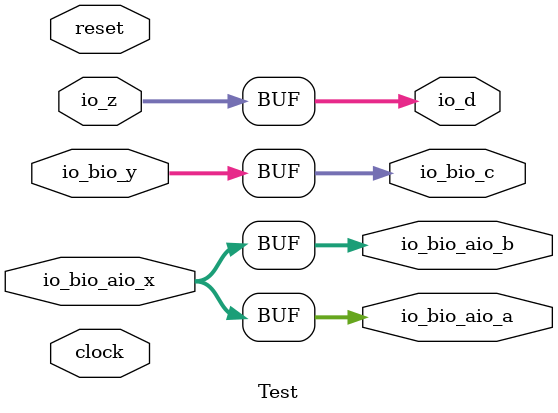
<source format=v>
module Test( // @[filp_test.py:30:filp_test.fir@2.2]
  input         clock, // @[rawmodule.py:100:filp_test.fir@3.4]
  input         reset, // @[rawmodule.py:101:filp_test.fir@4.4]
  output [31:0] io_bio_aio_a, // @[filp_test.py:22:filp_test.fir@5.4]
  output [31:0] io_bio_aio_b, // @[filp_test.py:22:filp_test.fir@5.4]
  input  [31:0] io_bio_aio_x, // @[filp_test.py:22:filp_test.fir@5.4]
  output [31:0] io_bio_c, // @[filp_test.py:22:filp_test.fir@5.4]
  input  [31:0] io_bio_y, // @[filp_test.py:22:filp_test.fir@5.4]
  output [31:0] io_d, // @[filp_test.py:22:filp_test.fir@5.4]
  input  [31:0] io_z // @[filp_test.py:22:filp_test.fir@5.4]
);
  assign io_bio_aio_a = io_bio_aio_x; // @[filp_test.py:33:filp_test.fir@7.4]
  assign io_bio_aio_b = io_bio_aio_x; // @[filp_test.py:34:filp_test.fir@8.4]
  assign io_bio_c = io_bio_y; // @[filp_test.py:35:filp_test.fir@9.4]
  assign io_d = io_z; // @[filp_test.py:36:filp_test.fir@10.4]
endmodule

</source>
